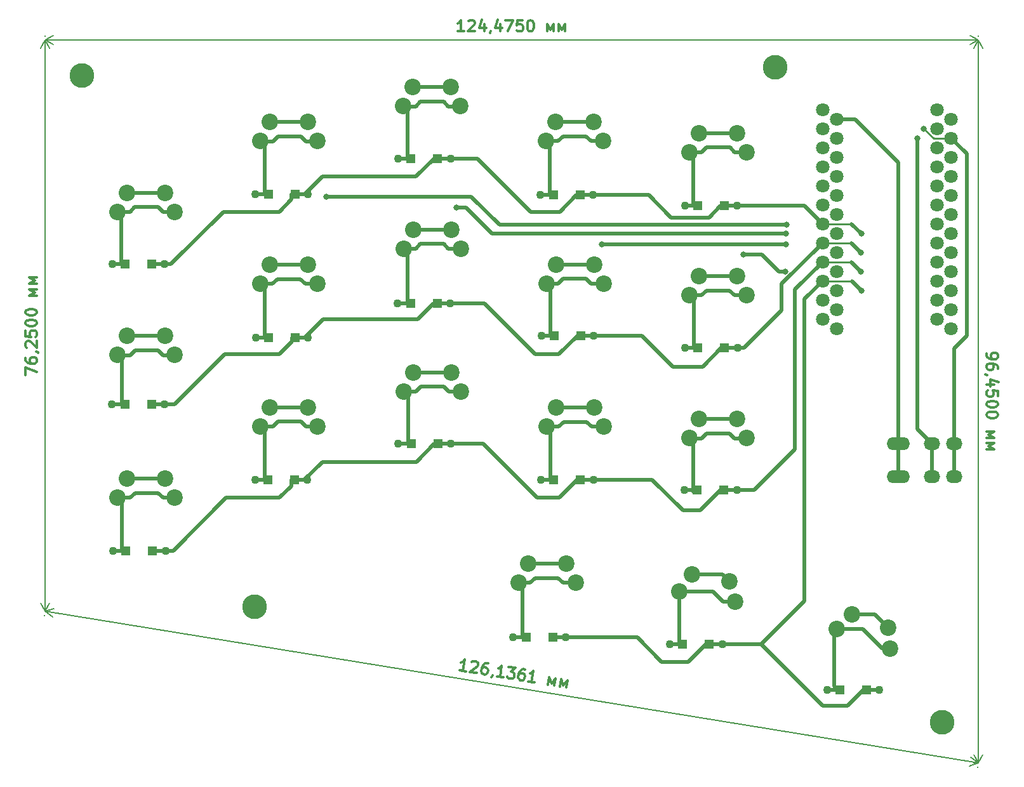
<source format=gbr>
%TF.GenerationSoftware,KiCad,Pcbnew,(6.0.8)*%
%TF.CreationDate,2023-01-31T20:26:13+04:00*%
%TF.ProjectId,keyboard-double_side,6b657962-6f61-4726-942d-646f75626c65,rev?*%
%TF.SameCoordinates,Original*%
%TF.FileFunction,Copper,L1,Top*%
%TF.FilePolarity,Positive*%
%FSLAX46Y46*%
G04 Gerber Fmt 4.6, Leading zero omitted, Abs format (unit mm)*
G04 Created by KiCad (PCBNEW (6.0.8)) date 2023-01-31 20:26:13*
%MOMM*%
%LPD*%
G01*
G04 APERTURE LIST*
%ADD10C,0.300000*%
%TA.AperFunction,NonConductor*%
%ADD11C,0.300000*%
%TD*%
%TA.AperFunction,NonConductor*%
%ADD12C,0.200000*%
%TD*%
%TA.AperFunction,ComponentPad*%
%ADD13C,2.200000*%
%TD*%
%TA.AperFunction,SMDPad,CuDef*%
%ADD14R,1.300000X1.200000*%
%TD*%
%TA.AperFunction,SMDPad,CuDef*%
%ADD15R,1.300000X0.500000*%
%TD*%
%TA.AperFunction,ComponentPad*%
%ADD16C,1.100000*%
%TD*%
%TA.AperFunction,ComponentPad*%
%ADD17C,3.300000*%
%TD*%
%TA.AperFunction,ComponentPad*%
%ADD18C,1.800000*%
%TD*%
%TA.AperFunction,ComponentPad*%
%ADD19O,3.100000X1.700000*%
%TD*%
%TA.AperFunction,ComponentPad*%
%ADD20O,2.200000X1.700000*%
%TD*%
%TA.AperFunction,ViaPad*%
%ADD21C,0.800000*%
%TD*%
%TA.AperFunction,Conductor*%
%ADD22C,0.500000*%
%TD*%
%TA.AperFunction,Conductor*%
%ADD23C,0.250000*%
%TD*%
G04 APERTURE END LIST*
D10*
D11*
X196107274Y-106867572D02*
X196107348Y-107153286D01*
X196178814Y-107296125D01*
X196250261Y-107367535D01*
X196464584Y-107510336D01*
X196750317Y-107581691D01*
X197321745Y-107581543D01*
X197464584Y-107510077D01*
X197535994Y-107438630D01*
X197607385Y-107295754D01*
X197607311Y-107010040D01*
X197535846Y-106867201D01*
X197464399Y-106795791D01*
X197321523Y-106724400D01*
X196964380Y-106724492D01*
X196821541Y-106795958D01*
X196750131Y-106867405D01*
X196678740Y-107010281D01*
X196678814Y-107295995D01*
X196750280Y-107438834D01*
X196821727Y-107510244D01*
X196964602Y-107581635D01*
X197607793Y-108867183D02*
X197607719Y-108581469D01*
X197536253Y-108438630D01*
X197464806Y-108367220D01*
X197250483Y-108224418D01*
X196964750Y-108153064D01*
X196393322Y-108153212D01*
X196250483Y-108224678D01*
X196179073Y-108296125D01*
X196107682Y-108439000D01*
X196107756Y-108724715D01*
X196179221Y-108867553D01*
X196250668Y-108938963D01*
X196393544Y-109010355D01*
X196750687Y-109010262D01*
X196893525Y-108938797D01*
X196964936Y-108867350D01*
X197036327Y-108724474D01*
X197036253Y-108438760D01*
X196964787Y-108295921D01*
X196893340Y-108224511D01*
X196750465Y-108153119D01*
X196179443Y-109724696D02*
X196108015Y-109724715D01*
X195965139Y-109653323D01*
X195893692Y-109581913D01*
X197108348Y-111010170D02*
X196108348Y-111010429D01*
X197679684Y-110652879D02*
X196608163Y-110296013D01*
X196608404Y-111224585D01*
X197608737Y-112510040D02*
X197608552Y-111795754D01*
X196894248Y-111724511D01*
X196965695Y-111795921D01*
X197037160Y-111938759D01*
X197037253Y-112295902D01*
X196965861Y-112438778D01*
X196894451Y-112510225D01*
X196751613Y-112581691D01*
X196394470Y-112581783D01*
X196251594Y-112510392D01*
X196180147Y-112438982D01*
X196108681Y-112296143D01*
X196108589Y-111939000D01*
X196179980Y-111796124D01*
X196251390Y-111724677D01*
X197608996Y-113510040D02*
X197609033Y-113652897D01*
X197537642Y-113795773D01*
X197466232Y-113867220D01*
X197323393Y-113938685D01*
X197037697Y-114010188D01*
X196680554Y-114010281D01*
X196394822Y-113938926D01*
X196251946Y-113867534D01*
X196180499Y-113796124D01*
X196109033Y-113653286D01*
X196108996Y-113510429D01*
X196180388Y-113367553D01*
X196251798Y-113296106D01*
X196394636Y-113224640D01*
X196680332Y-113153138D01*
X197037475Y-113153045D01*
X197323208Y-113224400D01*
X197466083Y-113295791D01*
X197537531Y-113367201D01*
X197608996Y-113510040D01*
X197609366Y-114938611D02*
X197609403Y-115081468D01*
X197538012Y-115224344D01*
X197466602Y-115295791D01*
X197323763Y-115367257D01*
X197038067Y-115438759D01*
X196680925Y-115438852D01*
X196395192Y-115367497D01*
X196252316Y-115296106D01*
X196180869Y-115224696D01*
X196109403Y-115081857D01*
X196109366Y-114939000D01*
X196180758Y-114796124D01*
X196252168Y-114724677D01*
X196395007Y-114653212D01*
X196680702Y-114581709D01*
X197037845Y-114581617D01*
X197323578Y-114652971D01*
X197466454Y-114724363D01*
X197537901Y-114795773D01*
X197609366Y-114938611D01*
X196109959Y-117224714D02*
X197109959Y-117224455D01*
X196324356Y-117653230D01*
X197110181Y-118081598D01*
X196110181Y-118081857D01*
X196110366Y-118796143D02*
X197110366Y-118795884D01*
X196324763Y-119224659D01*
X197110588Y-119653026D01*
X196110588Y-119653286D01*
D12*
X194500000Y-65000130D02*
X194388574Y-65000159D01*
X194525000Y-161450130D02*
X194413574Y-161450159D01*
X194974994Y-65000006D02*
X194999994Y-161450006D01*
X194974994Y-65000006D02*
X194999994Y-161450006D01*
X194974994Y-65000006D02*
X194388865Y-66126662D01*
X194974994Y-65000006D02*
X195561707Y-66126358D01*
X194999994Y-161450006D02*
X195586123Y-160323350D01*
X194999994Y-161450006D02*
X194413281Y-160323654D01*
D10*
D11*
X67913915Y-109670576D02*
X67914243Y-108670576D01*
X69414032Y-109313925D01*
X67914641Y-107456291D02*
X67914548Y-107742005D01*
X67985929Y-107884886D01*
X68057335Y-107956338D01*
X68271573Y-108099265D01*
X68557264Y-108170787D01*
X69128693Y-108170975D01*
X69271573Y-108099593D01*
X69343025Y-108028188D01*
X69414501Y-107885354D01*
X69414594Y-107599640D01*
X69343213Y-107456759D01*
X69271808Y-107385307D01*
X69128974Y-107313832D01*
X68771831Y-107313715D01*
X68628950Y-107385096D01*
X68557499Y-107456502D01*
X68486023Y-107599335D01*
X68485929Y-107885050D01*
X68557311Y-108027930D01*
X68628716Y-108099382D01*
X68771550Y-108170858D01*
X69343494Y-106599616D02*
X69414922Y-106599640D01*
X69557756Y-106671115D01*
X69629161Y-106742567D01*
X68057967Y-106027766D02*
X67986562Y-105956314D01*
X67915180Y-105813434D01*
X67915297Y-105456291D01*
X67986773Y-105313457D01*
X68058225Y-105242052D01*
X68201105Y-105170670D01*
X68343962Y-105170717D01*
X68558225Y-105242216D01*
X69415086Y-106099640D01*
X69415391Y-105171068D01*
X67915836Y-103813434D02*
X67915602Y-104527720D01*
X68629864Y-104599382D01*
X68558459Y-104527930D01*
X68487077Y-104385050D01*
X68487194Y-104027907D01*
X68558669Y-103885073D01*
X68630121Y-103813668D01*
X68773002Y-103742286D01*
X69130145Y-103742403D01*
X69272979Y-103813879D01*
X69344384Y-103885331D01*
X69415765Y-104028211D01*
X69415648Y-104385354D01*
X69344173Y-104528188D01*
X69272721Y-104599593D01*
X67916164Y-102813434D02*
X67916210Y-102670577D01*
X67987686Y-102527743D01*
X68059138Y-102456338D01*
X68202018Y-102384956D01*
X68487756Y-102313621D01*
X68844899Y-102313738D01*
X69130590Y-102385261D01*
X69273424Y-102456736D01*
X69344829Y-102528188D01*
X69416210Y-102671069D01*
X69416164Y-102813926D01*
X69344688Y-102956759D01*
X69273236Y-103028165D01*
X69130356Y-103099546D01*
X68844618Y-103170881D01*
X68487475Y-103170764D01*
X68201784Y-103099242D01*
X68058951Y-103027766D01*
X67987545Y-102956314D01*
X67916164Y-102813434D01*
X67916632Y-101384863D02*
X67916679Y-101242005D01*
X67988154Y-101099172D01*
X68059606Y-101027767D01*
X68202487Y-100956385D01*
X68488225Y-100885050D01*
X68845367Y-100885167D01*
X69131058Y-100956689D01*
X69273892Y-101028165D01*
X69345297Y-101099617D01*
X69416679Y-101242497D01*
X69416632Y-101385354D01*
X69345157Y-101528188D01*
X69273705Y-101599593D01*
X69130824Y-101670975D01*
X68845086Y-101742310D01*
X68487943Y-101742193D01*
X68202253Y-101670671D01*
X68059419Y-101599195D01*
X67988014Y-101527743D01*
X67916632Y-101384863D01*
X69417381Y-99099640D02*
X68417381Y-99099312D01*
X69203236Y-98670999D01*
X68417662Y-98242170D01*
X69417662Y-98242497D01*
X69417897Y-97528212D02*
X68417897Y-97527884D01*
X69203751Y-97099570D01*
X68418178Y-96670741D01*
X69418178Y-96671069D01*
D12*
X71025000Y-64975164D02*
X71136419Y-64975201D01*
X71000000Y-141225164D02*
X71111419Y-141225201D01*
X70549999Y-64975008D02*
X70524999Y-141225008D01*
X70549999Y-64975008D02*
X70524999Y-141225008D01*
X70549999Y-64975008D02*
X69963209Y-66101319D01*
X70549999Y-64975008D02*
X71136050Y-66101704D01*
X70524999Y-141225008D02*
X71111789Y-140098697D01*
X70524999Y-141225008D02*
X69938948Y-140098312D01*
D10*
D11*
X126405357Y-63853571D02*
X125548214Y-63853571D01*
X125976785Y-63853571D02*
X125976785Y-62353571D01*
X125833928Y-62567857D01*
X125691071Y-62710714D01*
X125548214Y-62782142D01*
X126976785Y-62496428D02*
X127048214Y-62425000D01*
X127191071Y-62353571D01*
X127548214Y-62353571D01*
X127691071Y-62425000D01*
X127762500Y-62496428D01*
X127833928Y-62639285D01*
X127833928Y-62782142D01*
X127762500Y-62996428D01*
X126905357Y-63853571D01*
X127833928Y-63853571D01*
X129119642Y-62853571D02*
X129119642Y-63853571D01*
X128762500Y-62282142D02*
X128405357Y-63353571D01*
X129333928Y-63353571D01*
X129976785Y-63782142D02*
X129976785Y-63853571D01*
X129905357Y-63996428D01*
X129833928Y-64067857D01*
X131262500Y-62853571D02*
X131262500Y-63853571D01*
X130905357Y-62282142D02*
X130548214Y-63353571D01*
X131476785Y-63353571D01*
X131905357Y-62353571D02*
X132905357Y-62353571D01*
X132262500Y-63853571D01*
X134191071Y-62353571D02*
X133476785Y-62353571D01*
X133405357Y-63067857D01*
X133476785Y-62996428D01*
X133619642Y-62925000D01*
X133976785Y-62925000D01*
X134119642Y-62996428D01*
X134191071Y-63067857D01*
X134262500Y-63210714D01*
X134262500Y-63567857D01*
X134191071Y-63710714D01*
X134119642Y-63782142D01*
X133976785Y-63853571D01*
X133619642Y-63853571D01*
X133476785Y-63782142D01*
X133405357Y-63710714D01*
X135191071Y-62353571D02*
X135333928Y-62353571D01*
X135476785Y-62425000D01*
X135548214Y-62496428D01*
X135619642Y-62639285D01*
X135691071Y-62925000D01*
X135691071Y-63282142D01*
X135619642Y-63567857D01*
X135548214Y-63710714D01*
X135476785Y-63782142D01*
X135333928Y-63853571D01*
X135191071Y-63853571D01*
X135048214Y-63782142D01*
X134976785Y-63710714D01*
X134905357Y-63567857D01*
X134833928Y-63282142D01*
X134833928Y-62925000D01*
X134905357Y-62639285D01*
X134976785Y-62496428D01*
X135048214Y-62425000D01*
X135191071Y-62353571D01*
X137476785Y-63853571D02*
X137476785Y-62853571D01*
X137905357Y-63639285D01*
X138333928Y-62853571D01*
X138333928Y-63853571D01*
X139048214Y-63853571D02*
X139048214Y-62853571D01*
X139476785Y-63639285D01*
X139905357Y-62853571D01*
X139905357Y-63853571D01*
D12*
X195000000Y-64500000D02*
X195000000Y-64388580D01*
X70525000Y-64500000D02*
X70525000Y-64388580D01*
X195000000Y-64975000D02*
X70525000Y-64975000D01*
X195000000Y-64975000D02*
X70525000Y-64975000D01*
X195000000Y-64975000D02*
X193873496Y-64388579D01*
X195000000Y-64975000D02*
X193873496Y-65561421D01*
X70525000Y-64975000D02*
X71651504Y-65561421D01*
X70525000Y-64975000D02*
X71651504Y-64388579D01*
D10*
D11*
X126676384Y-149221908D02*
X125830359Y-149084301D01*
X126253372Y-149153105D02*
X126494183Y-147672561D01*
X126318778Y-147861133D01*
X126154839Y-147979202D01*
X126002368Y-148026770D01*
X127458278Y-147974106D02*
X127540247Y-147915071D01*
X127692719Y-147867503D01*
X128045229Y-147924839D01*
X128174766Y-148018276D01*
X128233801Y-148100245D01*
X128281369Y-148252717D01*
X128258434Y-148393721D01*
X128153531Y-148593760D01*
X127169899Y-149302178D01*
X128086426Y-149451252D01*
X129596275Y-148177118D02*
X129314267Y-148131249D01*
X129161795Y-148178817D01*
X129079826Y-148237852D01*
X128904420Y-148426424D01*
X128788049Y-148696965D01*
X128696312Y-149260981D01*
X128743879Y-149413453D01*
X128802914Y-149495422D01*
X128932451Y-149588859D01*
X129214460Y-149634727D01*
X129366931Y-149587160D01*
X129448900Y-149528125D01*
X129542337Y-149398588D01*
X129599673Y-149046077D01*
X129552105Y-148893606D01*
X129493070Y-148811637D01*
X129363533Y-148718200D01*
X129081525Y-148672331D01*
X128929054Y-148719899D01*
X128847084Y-148778934D01*
X128753648Y-148908471D01*
X130212956Y-149724766D02*
X130201489Y-149795268D01*
X130108052Y-149924805D01*
X130026083Y-149983840D01*
X131611530Y-150024612D02*
X130765505Y-149887006D01*
X131188518Y-149955809D02*
X131429329Y-148475265D01*
X131253923Y-148663837D01*
X131089985Y-148781907D01*
X130937514Y-148829475D01*
X132345856Y-148624339D02*
X133262383Y-148773413D01*
X132677131Y-149257159D01*
X132888637Y-149291561D01*
X133018174Y-149384997D01*
X133077209Y-149466966D01*
X133124777Y-149619438D01*
X133067441Y-149971948D01*
X132974004Y-150101485D01*
X132892035Y-150160520D01*
X132739564Y-150208088D01*
X132316551Y-150139284D01*
X132187014Y-150045848D01*
X132127979Y-149963879D01*
X134531421Y-148979822D02*
X134249413Y-148933954D01*
X134096941Y-148981521D01*
X134014972Y-149040556D01*
X133839566Y-149229128D01*
X133723195Y-149499669D01*
X133631458Y-150063686D01*
X133679025Y-150216157D01*
X133738060Y-150298126D01*
X133867597Y-150391563D01*
X134149605Y-150437432D01*
X134302077Y-150389864D01*
X134384046Y-150330829D01*
X134477483Y-150201292D01*
X134534819Y-149848782D01*
X134487251Y-149696311D01*
X134428216Y-149614341D01*
X134298679Y-149520905D01*
X134016671Y-149475036D01*
X133864199Y-149522604D01*
X133782230Y-149581638D01*
X133688794Y-149711175D01*
X135841656Y-150712645D02*
X134995631Y-150575038D01*
X135418643Y-150643842D02*
X135659454Y-149163298D01*
X135484049Y-149351870D01*
X135320110Y-149469939D01*
X135167639Y-149517507D01*
X137604208Y-150999325D02*
X137764749Y-150012296D01*
X138061622Y-150856622D01*
X138610774Y-150149902D01*
X138450233Y-151136931D01*
X139155254Y-151251603D02*
X139315794Y-150264574D01*
X139612668Y-151108900D01*
X140161819Y-150402181D01*
X140001279Y-151389210D01*
D12*
X70444729Y-141693515D02*
X70426891Y-141803187D01*
X194944730Y-161943515D02*
X194926892Y-162053187D01*
X70521035Y-141224373D02*
X195021036Y-161474373D01*
X70521035Y-141224373D02*
X195021036Y-161474373D01*
X70521035Y-141224373D02*
X71538783Y-141984037D01*
X70521035Y-141224373D02*
X71727072Y-140826409D01*
X195021036Y-161474373D02*
X194003288Y-160714709D01*
X195021036Y-161474373D02*
X193814999Y-161872337D01*
D13*
%TO.P,SW6,1,1*%
%TO.N,col1*%
X100535000Y-113995000D03*
X105615000Y-113995000D03*
%TO.P,SW6,2,2*%
%TO.N,Net-(D6-Pad2)*%
X99265000Y-116535000D03*
X106885000Y-116535000D03*
%TD*%
%TO.P,SW13,1,1*%
%TO.N,col3*%
X143765000Y-114020000D03*
X138685000Y-114020000D03*
%TO.P,SW13,2,2*%
%TO.N,Net-(SW13-Pad2)*%
X145035000Y-116560000D03*
X137415000Y-116560000D03*
%TD*%
D14*
%TO.P,D1,1,K*%
%TO.N,row0*%
X84751934Y-94900109D03*
D15*
X85575000Y-94900000D03*
D16*
X86475000Y-94900000D03*
D15*
%TO.P,D1,2,A*%
%TO.N,Net-(SW1-Pad2)*%
X80375000Y-94900000D03*
D16*
X79475000Y-94900000D03*
D14*
X81201934Y-94900109D03*
%TD*%
D13*
%TO.P,SW9,1,1*%
%TO.N,col2*%
X119612235Y-109341441D03*
X124692235Y-109341441D03*
%TO.P,SW9,2,2*%
%TO.N,Net-(SW9-Pad2)*%
X125962235Y-111881441D03*
X118342235Y-111881441D03*
%TD*%
%TO.P,SW11,1,1*%
%TO.N,col3*%
X143715000Y-75920000D03*
X138635000Y-75920000D03*
%TO.P,SW11,2,2*%
%TO.N,Net-(SW11-Pad2)*%
X137365000Y-78460000D03*
X144985000Y-78460000D03*
%TD*%
D15*
%TO.P,D11,1,K*%
%TO.N,row0*%
X142700000Y-85675000D03*
D16*
X143600000Y-85675000D03*
D14*
X141876934Y-85675109D03*
D16*
%TO.P,D11,2,A*%
%TO.N,Net-(SW11-Pad2)*%
X136600000Y-85675000D03*
D14*
X138326934Y-85675109D03*
D15*
X137500000Y-85675000D03*
%TD*%
D13*
%TO.P,SW4,1,1*%
%TO.N,col1*%
X100525000Y-75915000D03*
X105605000Y-75915000D03*
%TO.P,SW4,2,2*%
%TO.N,Net-(SW4-Pad2)*%
X99255000Y-78455000D03*
X106875000Y-78455000D03*
%TD*%
%TO.P,SW8,1,1*%
%TO.N,col2*%
X124690000Y-90295000D03*
X119610000Y-90295000D03*
%TO.P,SW8,2,2*%
%TO.N,Net-(SW8-Pad2)*%
X125960000Y-92835000D03*
X118340000Y-92835000D03*
%TD*%
%TO.P,SW14,1,1*%
%TO.N,col3*%
X161779583Y-137208522D03*
X156776760Y-136326389D03*
%TO.P,SW14,2,2*%
%TO.N,Net-(SW14-Pad2)*%
X155084987Y-138607268D03*
X162589223Y-139930467D03*
%TD*%
%TO.P,SW10,1,1*%
%TO.N,col2*%
X140015000Y-134845000D03*
X134935000Y-134845000D03*
%TO.P,SW10,2,2*%
%TO.N,Net-(SW10-Pad2)*%
X141285000Y-137385000D03*
X133665000Y-137385000D03*
%TD*%
D15*
%TO.P,D10,1,K*%
%TO.N,row3*%
X139050000Y-144650000D03*
D16*
X139950000Y-144650000D03*
D14*
X138226934Y-144650109D03*
D15*
%TO.P,D10,2,A*%
%TO.N,Net-(SW10-Pad2)*%
X133850000Y-144650000D03*
D16*
X132950000Y-144650000D03*
D14*
X134676934Y-144650109D03*
%TD*%
D15*
%TO.P,D2,1,K*%
%TO.N,row1*%
X85550000Y-113575000D03*
D16*
X86450000Y-113575000D03*
D14*
X84726934Y-113575109D03*
%TO.P,D2,2,A*%
%TO.N,Net-(SW2-Pad2)*%
X81176934Y-113575109D03*
D16*
X79450000Y-113575000D03*
D15*
X80350000Y-113575000D03*
%TD*%
D13*
%TO.P,SW2,1,1*%
%TO.N,col0*%
X86565000Y-104445000D03*
X81485000Y-104445000D03*
%TO.P,SW2,2,2*%
%TO.N,Net-(SW2-Pad2)*%
X80215000Y-106985000D03*
X87835000Y-106985000D03*
%TD*%
D16*
%TO.P,D4,1,K*%
%TO.N,row0*%
X105575000Y-85600000D03*
D14*
X103851934Y-85600109D03*
D15*
X104675000Y-85600000D03*
%TO.P,D4,2,A*%
%TO.N,Net-(SW4-Pad2)*%
X99475000Y-85600000D03*
D14*
X100301934Y-85600109D03*
D16*
X98575000Y-85600000D03*
%TD*%
D17*
%TO.P,,*%
%TO.N,*%
X190175000Y-156025000D03*
%TD*%
D13*
%TO.P,SW1,1,1*%
%TO.N,col0*%
X86565000Y-85395000D03*
X81485000Y-85395000D03*
%TO.P,SW1,2,2*%
%TO.N,Net-(SW1-Pad2)*%
X87835000Y-87935000D03*
X80215000Y-87935000D03*
%TD*%
D18*
%TO.P,U2,1,TX*%
%TO.N,raw*%
X176135000Y-75595000D03*
%TO.P,U2,2,RX*%
%TO.N,GND*%
X176135000Y-78135000D03*
%TO.P,U2,3,GND*%
%TO.N,reset*%
X176135000Y-80675000D03*
%TO.P,U2,4,GND*%
%TO.N,unconnected-(U2-Pad4)*%
X176135000Y-83215000D03*
%TO.P,U2,5,SDA*%
%TO.N,unconnected-(U2-Pad5)*%
X176135000Y-85755000D03*
%TO.P,U2,6,SCL*%
%TO.N,col0*%
X176135000Y-88295000D03*
%TO.P,U2,7,D4*%
%TO.N,col1*%
X176135000Y-90835000D03*
%TO.P,U2,8,C6*%
%TO.N,col2*%
X176135000Y-93375000D03*
%TO.P,U2,9,D7*%
%TO.N,col3*%
X176135000Y-95915000D03*
%TO.P,U2,10,E6*%
%TO.N,col4*%
X176135000Y-98455000D03*
%TO.P,U2,11,B4*%
%TO.N,unconnected-(U2-Pad11)*%
X176135000Y-100995000D03*
%TO.P,U2,12,B5*%
%TO.N,unconnected-(U2-Pad12)*%
X176135000Y-103535000D03*
%TO.P,U2,13,B6*%
%TO.N,unconnected-(U2-Pad13)*%
X191375000Y-103535000D03*
%TO.P,U2,14,B2*%
%TO.N,unconnected-(U2-Pad14)*%
X191375000Y-100995000D03*
%TO.P,U2,15,B3*%
%TO.N,row3*%
X191375000Y-98455000D03*
%TO.P,U2,16,B1*%
%TO.N,row2*%
X191375000Y-95915000D03*
%TO.P,U2,17,F7*%
%TO.N,row1*%
X191375000Y-93375000D03*
%TO.P,U2,18,F6*%
%TO.N,row0*%
X191375000Y-90835000D03*
%TO.P,U2,19,F5*%
%TO.N,unconnected-(U2-Pad19)*%
X191375000Y-88295000D03*
%TO.P,U2,20,F4*%
%TO.N,unconnected-(U2-Pad20)*%
X191375000Y-85755000D03*
%TO.P,U2,21,VCC*%
%TO.N,GND*%
X191375000Y-83215000D03*
%TO.P,U2,22,RST*%
X191375000Y-80675000D03*
%TO.P,U2,23,GND*%
%TO.N,data*%
X191375000Y-78135000D03*
%TO.P,U2,24,RAW*%
%TO.N,unconnected-(U2-Pad24)*%
X191375000Y-75595000D03*
%TD*%
D16*
%TO.P,D3,1,K*%
%TO.N,row2*%
X86575000Y-133150000D03*
D14*
X84851934Y-133150109D03*
D15*
X85675000Y-133150000D03*
%TO.P,D3,2,A*%
%TO.N,Net-(SW3-Pad2)*%
X80475000Y-133150000D03*
D16*
X79575000Y-133150000D03*
D14*
X81301934Y-133150109D03*
%TD*%
D17*
%TO.P,,*%
%TO.N,*%
X98450000Y-140650000D03*
%TD*%
D16*
%TO.P,D15,1,K*%
%TO.N,row0*%
X162825000Y-87125000D03*
D14*
X161101934Y-87125109D03*
D15*
X161925000Y-87125000D03*
D16*
%TO.P,D15,2,A*%
%TO.N,Net-(SW15-Pad2)*%
X155825000Y-87125000D03*
D14*
X157551934Y-87125109D03*
D15*
X156725000Y-87125000D03*
%TD*%
D19*
%TO.P,J1,A*%
%TO.N,raw*%
X184325000Y-123275000D03*
X184325000Y-118850000D03*
D20*
%TO.P,J1,B*%
%TO.N,data*%
X191775000Y-118875000D03*
X191775000Y-123275000D03*
%TO.P,J1,C*%
%TO.N,GND*%
X188775000Y-123275000D03*
X188775000Y-118875000D03*
D19*
%TO.P,J1,D*%
%TO.N,raw*%
X184325000Y-118850000D03*
X184325000Y-123275000D03*
%TD*%
D17*
%TO.P,,*%
%TO.N,*%
X167925000Y-68650000D03*
%TD*%
D15*
%TO.P,D8,1,K*%
%TO.N,row1*%
X123650000Y-100150000D03*
D14*
X122826934Y-100150109D03*
D16*
X124550000Y-100150000D03*
D14*
%TO.P,D8,2,A*%
%TO.N,Net-(SW8-Pad2)*%
X119276934Y-100150109D03*
D15*
X118450000Y-100150000D03*
D16*
X117550000Y-100150000D03*
%TD*%
D13*
%TO.P,SW18,1,1*%
%TO.N,col4*%
X178150643Y-141632630D03*
X182924282Y-143370092D03*
%TO.P,SW18,2,2*%
%TO.N,Net-(SW18-Pad2)*%
X176088502Y-143585084D03*
X183248960Y-146191277D03*
%TD*%
D15*
%TO.P,D6,1,K*%
%TO.N,row2*%
X104625000Y-123700000D03*
D16*
X105525000Y-123700000D03*
D14*
X103801934Y-123700109D03*
%TO.P,D6,2,A*%
%TO.N,Net-(D6-Pad2)*%
X100251934Y-123700109D03*
D15*
X99425000Y-123700000D03*
D16*
X98525000Y-123700000D03*
%TD*%
D13*
%TO.P,SW15,1,1*%
%TO.N,col4*%
X162815000Y-77440000D03*
X157735000Y-77440000D03*
%TO.P,SW15,2,2*%
%TO.N,Net-(SW15-Pad2)*%
X156465000Y-79980000D03*
X164085000Y-79980000D03*
%TD*%
%TO.P,SW17,1,1*%
%TO.N,col4*%
X162815000Y-115570000D03*
X157735000Y-115570000D03*
%TO.P,SW17,2,2*%
%TO.N,Net-(SW17-Pad2)*%
X164085000Y-118110000D03*
X156465000Y-118110000D03*
%TD*%
D14*
%TO.P,D7,1,K*%
%TO.N,row0*%
X122876934Y-80800109D03*
D16*
X124600000Y-80800000D03*
D15*
X123700000Y-80800000D03*
%TO.P,D7,2,A*%
%TO.N,Net-(SW7-Pad2)*%
X118500000Y-80800000D03*
D14*
X119326934Y-80800109D03*
D16*
X117600000Y-80800000D03*
%TD*%
D14*
%TO.P,D16,1,K*%
%TO.N,row1*%
X161151934Y-106100109D03*
D16*
X162875000Y-106100000D03*
D15*
X161975000Y-106100000D03*
D16*
%TO.P,D16,2,A*%
%TO.N,Net-(SW16-Pad2)*%
X155875000Y-106100000D03*
D15*
X156775000Y-106100000D03*
D14*
X157601934Y-106100109D03*
%TD*%
D16*
%TO.P,D5,1,K*%
%TO.N,row1*%
X105600000Y-104725000D03*
D14*
X103876934Y-104725109D03*
D15*
X104700000Y-104725000D03*
D16*
%TO.P,D5,2,A*%
%TO.N,Net-(SW5-Pad2)*%
X98600000Y-104725000D03*
D14*
X100326934Y-104725109D03*
D15*
X99500000Y-104725000D03*
%TD*%
D13*
%TO.P,SW3,1,1*%
%TO.N,col0*%
X86565000Y-123520000D03*
X81485000Y-123520000D03*
%TO.P,SW3,2,2*%
%TO.N,Net-(SW3-Pad2)*%
X80215000Y-126060000D03*
X87835000Y-126060000D03*
%TD*%
%TO.P,SW5,1,1*%
%TO.N,col1*%
X100535000Y-94970000D03*
X105615000Y-94970000D03*
%TO.P,SW5,2,2*%
%TO.N,Net-(SW5-Pad2)*%
X99265000Y-97510000D03*
X106885000Y-97510000D03*
%TD*%
%TO.P,SW12,1,1*%
%TO.N,col3*%
X138660000Y-94970000D03*
X143740000Y-94970000D03*
%TO.P,SW12,2,2*%
%TO.N,Net-(SW12-Pad2)*%
X145010000Y-97510000D03*
X137390000Y-97510000D03*
%TD*%
%TO.P,SW7,1,1*%
%TO.N,col2*%
X124665000Y-71245000D03*
X119585000Y-71245000D03*
%TO.P,SW7,2,2*%
%TO.N,Net-(SW7-Pad2)*%
X118315000Y-73785000D03*
X125935000Y-73785000D03*
%TD*%
%TO.P,SW16,1,1*%
%TO.N,col4*%
X157735000Y-96520000D03*
X162815000Y-96520000D03*
%TO.P,SW16,2,2*%
%TO.N,Net-(SW16-Pad2)*%
X156465000Y-99060000D03*
X164085000Y-99060000D03*
%TD*%
D16*
%TO.P,D13,1,K*%
%TO.N,row2*%
X143650000Y-123675000D03*
D14*
X141926934Y-123675109D03*
D15*
X142750000Y-123675000D03*
%TO.P,D13,2,A*%
%TO.N,Net-(SW13-Pad2)*%
X137550000Y-123675000D03*
D14*
X138376934Y-123675109D03*
D16*
X136650000Y-123675000D03*
%TD*%
D18*
%TO.P,U1,1,TX*%
%TO.N,unconnected-(U1-Pad1)*%
X174210000Y-74295000D03*
%TO.P,U1,2,RX*%
%TO.N,data*%
X174210000Y-76835000D03*
%TO.P,U1,3,GND*%
%TO.N,GND*%
X174210000Y-79375000D03*
%TO.P,U1,4,GND*%
X174210000Y-81915000D03*
%TO.P,U1,5,SDA*%
%TO.N,unconnected-(U1-Pad5)*%
X174210000Y-84455000D03*
%TO.P,U1,6,SCL*%
%TO.N,unconnected-(U1-Pad6)*%
X174210000Y-86995000D03*
%TO.P,U1,7,D4*%
%TO.N,row0*%
X174210000Y-89535000D03*
%TO.P,U1,8,C6*%
%TO.N,row1*%
X174210000Y-92075000D03*
%TO.P,U1,9,D7*%
%TO.N,row2*%
X174210000Y-94615000D03*
%TO.P,U1,10,E6*%
%TO.N,row3*%
X174210000Y-97155000D03*
%TO.P,U1,11,B4*%
%TO.N,unconnected-(U1-Pad11)*%
X174210000Y-99695000D03*
%TO.P,U1,12,B5*%
%TO.N,unconnected-(U1-Pad12)*%
X174210000Y-102235000D03*
%TO.P,U1,13,B6*%
%TO.N,unconnected-(U1-Pad13)*%
X189450000Y-102235000D03*
%TO.P,U1,14,B2*%
%TO.N,unconnected-(U1-Pad14)*%
X189450000Y-99695000D03*
%TO.P,U1,15,B3*%
%TO.N,col4*%
X189450000Y-97155000D03*
%TO.P,U1,16,B1*%
%TO.N,col3*%
X189450000Y-94615000D03*
%TO.P,U1,17,F7*%
%TO.N,col2*%
X189450000Y-92075000D03*
%TO.P,U1,18,F6*%
%TO.N,col1*%
X189450000Y-89535000D03*
%TO.P,U1,19,F5*%
%TO.N,col0*%
X189450000Y-86995000D03*
%TO.P,U1,20,F4*%
%TO.N,unconnected-(U1-Pad20)*%
X189450000Y-84455000D03*
%TO.P,U1,21,VCC*%
%TO.N,unconnected-(U1-Pad21)*%
X189450000Y-81915000D03*
%TO.P,U1,22,RST*%
%TO.N,reset*%
X189450000Y-79375000D03*
%TO.P,U1,23,GND*%
%TO.N,GND*%
X189450000Y-76835000D03*
%TO.P,U1,24,RAW*%
%TO.N,raw*%
X189450000Y-74295000D03*
%TD*%
D16*
%TO.P,D14,1,K*%
%TO.N,row3*%
X160825000Y-145600000D03*
D14*
X159101934Y-145600109D03*
D15*
X159925000Y-145600000D03*
D16*
%TO.P,D14,2,A*%
%TO.N,Net-(SW14-Pad2)*%
X153825000Y-145600000D03*
D14*
X155551934Y-145600109D03*
D15*
X154725000Y-145600000D03*
%TD*%
D17*
%TO.P,,*%
%TO.N,*%
X75475000Y-69750000D03*
%TD*%
D14*
%TO.P,D9,1,K*%
%TO.N,row2*%
X122901934Y-118875109D03*
D16*
X124625000Y-118875000D03*
D15*
X123725000Y-118875000D03*
D16*
%TO.P,D9,2,A*%
%TO.N,Net-(SW9-Pad2)*%
X117625000Y-118875000D03*
D14*
X119351934Y-118875109D03*
D15*
X118525000Y-118875000D03*
%TD*%
D14*
%TO.P,D17,1,K*%
%TO.N,row2*%
X161051934Y-125050109D03*
D15*
X161875000Y-125050000D03*
D16*
X162775000Y-125050000D03*
D15*
%TO.P,D17,2,A*%
%TO.N,Net-(SW17-Pad2)*%
X156675000Y-125050000D03*
D16*
X155775000Y-125050000D03*
D14*
X157501934Y-125050109D03*
%TD*%
D16*
%TO.P,D18,1,K*%
%TO.N,row3*%
X181800000Y-151700000D03*
D14*
X180076934Y-151700109D03*
D15*
X180900000Y-151700000D03*
%TO.P,D18,2,A*%
%TO.N,Net-(SW18-Pad2)*%
X175700000Y-151700000D03*
D14*
X176526934Y-151700109D03*
D16*
X174800000Y-151700000D03*
%TD*%
%TO.P,D12,1,K*%
%TO.N,row1*%
X143700000Y-104425000D03*
D15*
X142800000Y-104425000D03*
D14*
X141976934Y-104425109D03*
%TO.P,D12,2,A*%
%TO.N,Net-(SW12-Pad2)*%
X138426934Y-104425109D03*
D16*
X136700000Y-104425000D03*
D15*
X137600000Y-104425000D03*
%TD*%
D21*
%TO.N,row0*%
X179385000Y-90835000D03*
%TO.N,row1*%
X179350000Y-93375000D03*
%TO.N,row2*%
X179340000Y-95915000D03*
%TO.N,row3*%
X179405000Y-98455000D03*
%TO.N,data*%
X187717588Y-76835000D03*
%TO.N,GND*%
X186839821Y-78135179D03*
%TO.N,col0*%
X108050000Y-85900000D03*
X169400000Y-89650000D03*
%TO.N,col1*%
X169325000Y-90825000D03*
X125350000Y-87375000D03*
%TO.N,col2*%
X144800000Y-92300000D03*
X169325000Y-92300000D03*
%TO.N,col3*%
X163625000Y-93600000D03*
X169204312Y-95879312D03*
%TD*%
D22*
%TO.N,row0*%
X179385000Y-90835000D02*
X178085000Y-89535000D01*
X105125000Y-85600000D02*
X107500000Y-83225000D01*
X128175000Y-80800000D02*
X135300000Y-87925000D01*
X94275000Y-87925000D02*
X101750000Y-87925000D01*
X87300000Y-94900000D02*
X94275000Y-87925000D01*
X135300000Y-87925000D02*
X139172957Y-87925000D01*
X107500000Y-83225000D02*
X119997957Y-83225000D01*
X171800000Y-87125000D02*
X174210000Y-89535000D01*
X101750000Y-87925000D02*
X103398066Y-86276934D01*
X162375000Y-87125000D02*
X171800000Y-87125000D01*
X143150000Y-85675000D02*
X151025000Y-85675000D01*
X124150000Y-80800000D02*
X128175000Y-80800000D01*
X86025000Y-94900000D02*
X87300000Y-94900000D01*
X119997957Y-83225000D02*
X122423066Y-80799891D01*
X159097957Y-88675000D02*
X160648066Y-87124891D01*
X103398066Y-86276934D02*
X103398066Y-85599891D01*
D23*
X178085000Y-89535000D02*
X174210000Y-89535000D01*
D22*
X154025000Y-88675000D02*
X159097957Y-88675000D01*
X151025000Y-85675000D02*
X154025000Y-88675000D01*
X139172957Y-87925000D02*
X141423066Y-85674891D01*
%TO.N,Net-(SW1-Pad2)*%
X80215000Y-87935000D02*
X81840000Y-87935000D01*
X80215000Y-87935000D02*
X80725000Y-88445000D01*
X86235000Y-87935000D02*
X87835000Y-87935000D01*
X85575000Y-87275000D02*
X86235000Y-87935000D01*
X81840000Y-87935000D02*
X82500000Y-87275000D01*
X82500000Y-87275000D02*
X85575000Y-87275000D01*
X80725000Y-88445000D02*
X80725000Y-94650000D01*
%TO.N,row1*%
X162425000Y-106100000D02*
X163725000Y-106100000D01*
X103423066Y-105226934D02*
X103423066Y-104724891D01*
X124100000Y-100150000D02*
X129075000Y-100150000D01*
X158222957Y-108575000D02*
X160698066Y-106099891D01*
X154300000Y-108575000D02*
X158222957Y-108575000D01*
X163725000Y-106100000D02*
X168775000Y-101050000D01*
X120247957Y-102275000D02*
X122373066Y-100149891D01*
D23*
X178050000Y-92075000D02*
X174210000Y-92075000D01*
D22*
X105150000Y-104725000D02*
X107600000Y-102275000D01*
X129075000Y-100150000D02*
X135850000Y-106925000D01*
X107600000Y-102275000D02*
X120247957Y-102275000D01*
X143250000Y-104425000D02*
X150150000Y-104425000D01*
X168775000Y-97510000D02*
X174210000Y-92075000D01*
X94500000Y-106875000D02*
X101775000Y-106875000D01*
X135850000Y-106925000D02*
X139022957Y-106925000D01*
X101775000Y-106875000D02*
X103423066Y-105226934D01*
X87800000Y-113575000D02*
X94500000Y-106875000D01*
X139022957Y-106925000D02*
X141523066Y-104424891D01*
X150150000Y-104425000D02*
X154300000Y-108575000D01*
X86000000Y-113575000D02*
X87800000Y-113575000D01*
X179350000Y-93375000D02*
X178050000Y-92075000D01*
X168775000Y-101050000D02*
X168775000Y-97510000D01*
%TO.N,Net-(SW2-Pad2)*%
X80230000Y-107075000D02*
X81855000Y-107075000D01*
X85590000Y-106415000D02*
X86250000Y-107075000D01*
X86250000Y-107075000D02*
X87850000Y-107075000D01*
X80240000Y-107065000D02*
X80725967Y-107550967D01*
X82515000Y-106415000D02*
X85590000Y-106415000D01*
X81855000Y-107075000D02*
X82515000Y-106415000D01*
X80725967Y-113755967D02*
X80750000Y-113780000D01*
X80725967Y-107550967D02*
X80725967Y-113755967D01*
D23*
%TO.N,row2*%
X178040000Y-94615000D02*
X174210000Y-94615000D01*
D22*
X165075000Y-125050000D02*
X162325000Y-125050000D01*
X151500000Y-123675000D02*
X155600000Y-127775000D01*
X101775000Y-126075000D02*
X103348066Y-124501934D01*
X107500000Y-121275000D02*
X120047957Y-121275000D01*
X170525000Y-119600000D02*
X165075000Y-125050000D01*
X157872957Y-127775000D02*
X160598066Y-125049891D01*
X174210000Y-94615000D02*
X170525000Y-98300000D01*
X143200000Y-123675000D02*
X151500000Y-123675000D01*
X155600000Y-127775000D02*
X157872957Y-127775000D01*
X94675000Y-126075000D02*
X101775000Y-126075000D01*
X128975000Y-118875000D02*
X136175000Y-126075000D01*
X105075000Y-123700000D02*
X107500000Y-121275000D01*
X170525000Y-98300000D02*
X170525000Y-119600000D01*
X179340000Y-95915000D02*
X178040000Y-94615000D01*
X124175000Y-118875000D02*
X128975000Y-118875000D01*
X136175000Y-126075000D02*
X139072957Y-126075000D01*
X103348066Y-124501934D02*
X103348066Y-123699891D01*
X86125000Y-133150000D02*
X87600000Y-133150000D01*
X87600000Y-133150000D02*
X94675000Y-126075000D01*
X120047957Y-121275000D02*
X122448066Y-118874891D01*
X139072957Y-126075000D02*
X141473066Y-123674891D01*
%TO.N,Net-(SW3-Pad2)*%
X80775000Y-126675000D02*
X80775000Y-133025000D01*
X80230000Y-126075000D02*
X81855000Y-126075000D01*
X81855000Y-126075000D02*
X82515000Y-125415000D01*
X85590000Y-125415000D02*
X86250000Y-126075000D01*
X86250000Y-126075000D02*
X87850000Y-126075000D01*
X80265000Y-126165000D02*
X80775000Y-126675000D01*
X82515000Y-125415000D02*
X85590000Y-125415000D01*
%TO.N,Net-(SW4-Pad2)*%
X99800000Y-79000000D02*
X99800000Y-85350967D01*
X105300000Y-78525000D02*
X106900000Y-78525000D01*
X99280000Y-78525000D02*
X100905000Y-78525000D01*
X100905000Y-78525000D02*
X101565000Y-77865000D01*
X101565000Y-77865000D02*
X104640000Y-77865000D01*
X104640000Y-77865000D02*
X105300000Y-78525000D01*
X99290000Y-78490000D02*
X99800000Y-79000000D01*
%TO.N,Net-(SW5-Pad2)*%
X99850000Y-98150000D02*
X99850000Y-104500000D01*
X99230000Y-97550000D02*
X100855000Y-97550000D01*
X100855000Y-97550000D02*
X101515000Y-96890000D01*
X99340000Y-97640000D02*
X99850000Y-98150000D01*
X105250000Y-97550000D02*
X106850000Y-97550000D01*
X101515000Y-96890000D02*
X104590000Y-96890000D01*
X104590000Y-96890000D02*
X105250000Y-97550000D01*
%TO.N,Net-(D6-Pad2)*%
X99825000Y-123599033D02*
X99825967Y-123600000D01*
X100905000Y-116575000D02*
X101565000Y-115915000D01*
X99825000Y-117150000D02*
X99825000Y-123599033D01*
X104640000Y-115915000D02*
X105300000Y-116575000D01*
X99280000Y-116575000D02*
X100905000Y-116575000D01*
X105300000Y-116575000D02*
X106900000Y-116575000D01*
X99315000Y-116640000D02*
X99825000Y-117150000D01*
X101565000Y-115915000D02*
X104640000Y-115915000D01*
%TO.N,Net-(SW7-Pad2)*%
X118875000Y-74450000D02*
X118875000Y-80800000D01*
X124325000Y-73850000D02*
X125925000Y-73850000D01*
X120590000Y-73190000D02*
X123665000Y-73190000D01*
X123665000Y-73190000D02*
X124325000Y-73850000D01*
X119930000Y-73850000D02*
X120590000Y-73190000D01*
X118305000Y-73850000D02*
X119930000Y-73850000D01*
X118365000Y-73940000D02*
X118875000Y-74450000D01*
%TO.N,Net-(SW8-Pad2)*%
X118305000Y-92850000D02*
X119930000Y-92850000D01*
X124325000Y-92850000D02*
X125925000Y-92850000D01*
X118875000Y-93475000D02*
X118875000Y-99950000D01*
X118365000Y-92965000D02*
X118875000Y-93475000D01*
X123665000Y-92190000D02*
X124325000Y-92850000D01*
X119930000Y-92850000D02*
X120590000Y-92190000D01*
X120590000Y-92190000D02*
X123665000Y-92190000D01*
%TO.N,Net-(SW9-Pad2)*%
X119980000Y-111925000D02*
X120640000Y-111265000D01*
X118415000Y-112015000D02*
X118925000Y-112525000D01*
X120640000Y-111265000D02*
X123715000Y-111265000D01*
X118925000Y-112525000D02*
X118925000Y-118850000D01*
X123715000Y-111265000D02*
X124375000Y-111925000D01*
X118355000Y-111925000D02*
X119980000Y-111925000D01*
X124375000Y-111925000D02*
X125975000Y-111925000D01*
%TO.N,row3*%
X174210000Y-97155000D02*
X171800000Y-99565000D01*
X160375000Y-145600000D02*
X166025000Y-145600000D01*
X139500000Y-144650000D02*
X149475000Y-144650000D01*
X152775000Y-147950000D02*
X156297957Y-147950000D01*
X156297957Y-147950000D02*
X158648066Y-145599891D01*
X166200000Y-145775000D02*
X174225000Y-153800000D01*
X179405000Y-98455000D02*
X178105000Y-97155000D01*
X166025000Y-145600000D02*
X166200000Y-145775000D01*
X171800000Y-139850000D02*
X166050000Y-145600000D01*
X177522957Y-153800000D02*
X179623066Y-151699891D01*
X174225000Y-153800000D02*
X177522957Y-153800000D01*
X171800000Y-99565000D02*
X171800000Y-139850000D01*
D23*
X178105000Y-97155000D02*
X174210000Y-97155000D01*
D22*
X149475000Y-144650000D02*
X152775000Y-147950000D01*
%TO.N,Net-(SW10-Pad2)*%
X139625000Y-137425000D02*
X141225000Y-137425000D01*
X138965000Y-136765000D02*
X139625000Y-137425000D01*
X133605000Y-137425000D02*
X135230000Y-137425000D01*
X135230000Y-137425000D02*
X135890000Y-136765000D01*
X134175000Y-138000000D02*
X134175000Y-144500000D01*
X135890000Y-136765000D02*
X138965000Y-136765000D01*
X133665000Y-137490000D02*
X134175000Y-138000000D01*
%TO.N,Net-(SW11-Pad2)*%
X143325000Y-78500000D02*
X144925000Y-78500000D01*
X137305000Y-78500000D02*
X138930000Y-78500000D01*
X137825000Y-79100000D02*
X137825000Y-85450000D01*
X137315000Y-78590000D02*
X137825000Y-79100000D01*
X139590000Y-77840000D02*
X142665000Y-77840000D01*
X142665000Y-77840000D02*
X143325000Y-78500000D01*
X138930000Y-78500000D02*
X139590000Y-77840000D01*
%TO.N,Net-(SW12-Pad2)*%
X137925000Y-98150000D02*
X137925000Y-104500000D01*
X137330000Y-97525000D02*
X138955000Y-97525000D01*
X138955000Y-97525000D02*
X139615000Y-96865000D01*
X139615000Y-96865000D02*
X142690000Y-96865000D01*
X143350000Y-97525000D02*
X144950000Y-97525000D01*
X142690000Y-96865000D02*
X143350000Y-97525000D01*
X137415000Y-97640000D02*
X137925000Y-98150000D01*
%TO.N,Net-(SW13-Pad2)*%
X137440000Y-116640000D02*
X137950000Y-117150000D01*
X142740000Y-115940000D02*
X143400000Y-116600000D01*
X143400000Y-116600000D02*
X145000000Y-116600000D01*
X139005000Y-116600000D02*
X139665000Y-115940000D01*
X137380000Y-116600000D02*
X139005000Y-116600000D01*
X137950000Y-117150000D02*
X137950000Y-123475000D01*
X139665000Y-115940000D02*
X142740000Y-115940000D01*
%TO.N,Net-(SW14-Pad2)*%
X155084987Y-138607268D02*
X159632268Y-138607268D01*
X160955467Y-139930467D02*
X162589223Y-139930467D01*
X159632268Y-138607268D02*
X160955467Y-139930467D01*
X155084987Y-138607268D02*
X155084987Y-145534987D01*
%TO.N,Net-(SW15-Pad2)*%
X158105000Y-80000000D02*
X158765000Y-79340000D01*
X162500000Y-80000000D02*
X164100000Y-80000000D01*
X157000000Y-80550000D02*
X157000000Y-87075000D01*
X158765000Y-79340000D02*
X161840000Y-79340000D01*
X161840000Y-79340000D02*
X162500000Y-80000000D01*
X156480000Y-80000000D02*
X158105000Y-80000000D01*
X156490000Y-80040000D02*
X157000000Y-80550000D01*
%TO.N,Net-(SW16-Pad2)*%
X157050000Y-99725000D02*
X157050000Y-106000000D01*
X162450000Y-99075000D02*
X164050000Y-99075000D01*
X158715000Y-98415000D02*
X161790000Y-98415000D01*
X157050000Y-106000000D02*
X157075000Y-106025000D01*
X156540000Y-99215000D02*
X157050000Y-99725000D01*
X158055000Y-99075000D02*
X158715000Y-98415000D01*
X161790000Y-98415000D02*
X162450000Y-99075000D01*
X156430000Y-99075000D02*
X158055000Y-99075000D01*
%TO.N,Net-(SW17-Pad2)*%
X157000000Y-118750000D02*
X157000000Y-125225967D01*
X162475000Y-118175000D02*
X164075000Y-118175000D01*
X157000000Y-125225967D02*
X156975967Y-125250000D01*
X161815000Y-117515000D02*
X162475000Y-118175000D01*
X156490000Y-118240000D02*
X157000000Y-118750000D01*
X158740000Y-117515000D02*
X161815000Y-117515000D01*
X156455000Y-118175000D02*
X158080000Y-118175000D01*
X158080000Y-118175000D02*
X158740000Y-117515000D01*
%TO.N,Net-(SW18-Pad2)*%
X175775000Y-143898586D02*
X175775000Y-151222996D01*
X176088502Y-143585084D02*
X179560084Y-143585084D01*
X182166277Y-146191277D02*
X183248960Y-146191277D01*
X179560084Y-143585084D02*
X182166277Y-146191277D01*
X175775000Y-151222996D02*
X176088502Y-151536498D01*
X176088502Y-143585084D02*
X175775000Y-143898586D01*
%TO.N,data*%
X191775000Y-106125000D02*
X193425000Y-104475000D01*
X191775000Y-118875000D02*
X191775000Y-106125000D01*
X191775000Y-118875000D02*
X191775000Y-123275000D01*
D23*
X189017588Y-78135000D02*
X191375000Y-78135000D01*
D22*
X193425000Y-80185000D02*
X191375000Y-78135000D01*
X193425000Y-104475000D02*
X193425000Y-80185000D01*
D23*
X187717588Y-76835000D02*
X189017588Y-78135000D01*
D22*
%TO.N,GND*%
X186839821Y-78135179D02*
X186839821Y-116939821D01*
X186839821Y-116939821D02*
X188775000Y-118875000D01*
X188775000Y-118875000D02*
X188775000Y-123275000D01*
%TO.N,col0*%
X169400000Y-89650000D02*
X131125000Y-89650000D01*
X131125000Y-89650000D02*
X127375000Y-85900000D01*
X81485000Y-104445000D02*
X86565000Y-104445000D01*
X81485000Y-123520000D02*
X86565000Y-123520000D01*
X127375000Y-85900000D02*
X108050000Y-85900000D01*
X81485000Y-85395000D02*
X86565000Y-85395000D01*
%TO.N,col1*%
X126650000Y-87375000D02*
X125350000Y-87375000D01*
X130100000Y-90825000D02*
X126700000Y-87425000D01*
X100535000Y-94970000D02*
X105615000Y-94970000D01*
X100525000Y-75915000D02*
X105605000Y-75915000D01*
X169325000Y-90825000D02*
X130100000Y-90825000D01*
X126700000Y-87425000D02*
X126650000Y-87375000D01*
X100535000Y-113995000D02*
X105615000Y-113995000D01*
%TO.N,col2*%
X134935000Y-134845000D02*
X140015000Y-134845000D01*
X169325000Y-92300000D02*
X144800000Y-92300000D01*
X119585000Y-71245000D02*
X124665000Y-71245000D01*
X119610000Y-90295000D02*
X124690000Y-90295000D01*
X119612235Y-109341441D02*
X124692235Y-109341441D01*
%TO.N,col3*%
X160897450Y-136326389D02*
X161779583Y-137208522D01*
X168379312Y-95879312D02*
X166100000Y-93600000D01*
X138660000Y-94970000D02*
X143740000Y-94970000D01*
X138635000Y-75920000D02*
X143715000Y-75920000D01*
X169204312Y-95879312D02*
X168379312Y-95879312D01*
X166100000Y-93600000D02*
X163625000Y-93600000D01*
X138685000Y-114020000D02*
X143765000Y-114020000D01*
X156776760Y-136326389D02*
X160897450Y-136326389D01*
%TO.N,col4*%
X157735000Y-77440000D02*
X162815000Y-77440000D01*
X181186820Y-141632630D02*
X182924282Y-143370092D01*
X178150643Y-141632630D02*
X181186820Y-141632630D01*
X157735000Y-96520000D02*
X162815000Y-96520000D01*
X157735000Y-115570000D02*
X162815000Y-115570000D01*
%TO.N,raw*%
X184325000Y-81325000D02*
X178595000Y-75595000D01*
X184325000Y-118850000D02*
X184325000Y-81325000D01*
X184325000Y-118850000D02*
X184325000Y-123275000D01*
X178595000Y-75595000D02*
X176135000Y-75595000D01*
%TD*%
M02*

</source>
